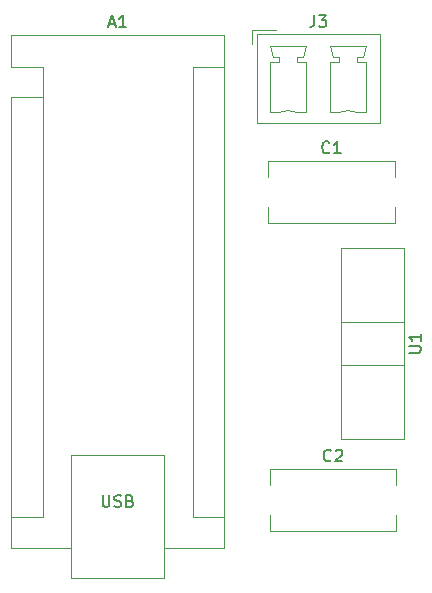
<source format=gbr>
%TF.GenerationSoftware,KiCad,Pcbnew,8.0.2*%
%TF.CreationDate,2024-06-24T16:02:41+03:00*%
%TF.ProjectId,TARTI,54415254-492e-46b6-9963-61645f706362,rev?*%
%TF.SameCoordinates,Original*%
%TF.FileFunction,Legend,Top*%
%TF.FilePolarity,Positive*%
%FSLAX46Y46*%
G04 Gerber Fmt 4.6, Leading zero omitted, Abs format (unit mm)*
G04 Created by KiCad (PCBNEW 8.0.2) date 2024-06-24 16:02:41*
%MOMM*%
%LPD*%
G01*
G04 APERTURE LIST*
%ADD10C,0.150000*%
%ADD11C,0.120000*%
G04 APERTURE END LIST*
D10*
X29153733Y34971419D02*
X29106114Y34923800D01*
X29106114Y34923800D02*
X28963257Y34876180D01*
X28963257Y34876180D02*
X28868019Y34876180D01*
X28868019Y34876180D02*
X28725162Y34923800D01*
X28725162Y34923800D02*
X28629924Y35019038D01*
X28629924Y35019038D02*
X28582305Y35114276D01*
X28582305Y35114276D02*
X28534686Y35304752D01*
X28534686Y35304752D02*
X28534686Y35447609D01*
X28534686Y35447609D02*
X28582305Y35638085D01*
X28582305Y35638085D02*
X28629924Y35733323D01*
X28629924Y35733323D02*
X28725162Y35828561D01*
X28725162Y35828561D02*
X28868019Y35876180D01*
X28868019Y35876180D02*
X28963257Y35876180D01*
X28963257Y35876180D02*
X29106114Y35828561D01*
X29106114Y35828561D02*
X29153733Y35780942D01*
X30106114Y34876180D02*
X29534686Y34876180D01*
X29820400Y34876180D02*
X29820400Y35876180D01*
X29820400Y35876180D02*
X29725162Y35733323D01*
X29725162Y35733323D02*
X29629924Y35638085D01*
X29629924Y35638085D02*
X29534686Y35590466D01*
X29302333Y8885619D02*
X29254714Y8838000D01*
X29254714Y8838000D02*
X29111857Y8790380D01*
X29111857Y8790380D02*
X29016619Y8790380D01*
X29016619Y8790380D02*
X28873762Y8838000D01*
X28873762Y8838000D02*
X28778524Y8933238D01*
X28778524Y8933238D02*
X28730905Y9028476D01*
X28730905Y9028476D02*
X28683286Y9218952D01*
X28683286Y9218952D02*
X28683286Y9361809D01*
X28683286Y9361809D02*
X28730905Y9552285D01*
X28730905Y9552285D02*
X28778524Y9647523D01*
X28778524Y9647523D02*
X28873762Y9742761D01*
X28873762Y9742761D02*
X29016619Y9790380D01*
X29016619Y9790380D02*
X29111857Y9790380D01*
X29111857Y9790380D02*
X29254714Y9742761D01*
X29254714Y9742761D02*
X29302333Y9695142D01*
X29683286Y9695142D02*
X29730905Y9742761D01*
X29730905Y9742761D02*
X29826143Y9790380D01*
X29826143Y9790380D02*
X30064238Y9790380D01*
X30064238Y9790380D02*
X30159476Y9742761D01*
X30159476Y9742761D02*
X30207095Y9695142D01*
X30207095Y9695142D02*
X30254714Y9599904D01*
X30254714Y9599904D02*
X30254714Y9504666D01*
X30254714Y9504666D02*
X30207095Y9361809D01*
X30207095Y9361809D02*
X29635667Y8790380D01*
X29635667Y8790380D02*
X30254714Y8790380D01*
X10512514Y45855695D02*
X10988704Y45855695D01*
X10417276Y45569980D02*
X10750609Y46569980D01*
X10750609Y46569980D02*
X11083942Y45569980D01*
X11941085Y45569980D02*
X11369657Y45569980D01*
X11655371Y45569980D02*
X11655371Y46569980D01*
X11655371Y46569980D02*
X11560133Y46427123D01*
X11560133Y46427123D02*
X11464895Y46331885D01*
X11464895Y46331885D02*
X11369657Y46284266D01*
X9964895Y5929980D02*
X9964895Y5120457D01*
X9964895Y5120457D02*
X10012514Y5025219D01*
X10012514Y5025219D02*
X10060133Y4977600D01*
X10060133Y4977600D02*
X10155371Y4929980D01*
X10155371Y4929980D02*
X10345847Y4929980D01*
X10345847Y4929980D02*
X10441085Y4977600D01*
X10441085Y4977600D02*
X10488704Y5025219D01*
X10488704Y5025219D02*
X10536323Y5120457D01*
X10536323Y5120457D02*
X10536323Y5929980D01*
X10964895Y4977600D02*
X11107752Y4929980D01*
X11107752Y4929980D02*
X11345847Y4929980D01*
X11345847Y4929980D02*
X11441085Y4977600D01*
X11441085Y4977600D02*
X11488704Y5025219D01*
X11488704Y5025219D02*
X11536323Y5120457D01*
X11536323Y5120457D02*
X11536323Y5215695D01*
X11536323Y5215695D02*
X11488704Y5310933D01*
X11488704Y5310933D02*
X11441085Y5358552D01*
X11441085Y5358552D02*
X11345847Y5406171D01*
X11345847Y5406171D02*
X11155371Y5453790D01*
X11155371Y5453790D02*
X11060133Y5501409D01*
X11060133Y5501409D02*
X11012514Y5549028D01*
X11012514Y5549028D02*
X10964895Y5644266D01*
X10964895Y5644266D02*
X10964895Y5739504D01*
X10964895Y5739504D02*
X11012514Y5834742D01*
X11012514Y5834742D02*
X11060133Y5882361D01*
X11060133Y5882361D02*
X11155371Y5929980D01*
X11155371Y5929980D02*
X11393466Y5929980D01*
X11393466Y5929980D02*
X11536323Y5882361D01*
X12298228Y5453790D02*
X12441085Y5406171D01*
X12441085Y5406171D02*
X12488704Y5358552D01*
X12488704Y5358552D02*
X12536323Y5263314D01*
X12536323Y5263314D02*
X12536323Y5120457D01*
X12536323Y5120457D02*
X12488704Y5025219D01*
X12488704Y5025219D02*
X12441085Y4977600D01*
X12441085Y4977600D02*
X12345847Y4929980D01*
X12345847Y4929980D02*
X11964895Y4929980D01*
X11964895Y4929980D02*
X11964895Y5929980D01*
X11964895Y5929980D02*
X12298228Y5929980D01*
X12298228Y5929980D02*
X12393466Y5882361D01*
X12393466Y5882361D02*
X12441085Y5834742D01*
X12441085Y5834742D02*
X12488704Y5739504D01*
X12488704Y5739504D02*
X12488704Y5644266D01*
X12488704Y5644266D02*
X12441085Y5549028D01*
X12441085Y5549028D02*
X12393466Y5501409D01*
X12393466Y5501409D02*
X12298228Y5453790D01*
X12298228Y5453790D02*
X11964895Y5453790D01*
X27883166Y46585680D02*
X27883166Y45871395D01*
X27883166Y45871395D02*
X27835547Y45728538D01*
X27835547Y45728538D02*
X27740309Y45633300D01*
X27740309Y45633300D02*
X27597452Y45585680D01*
X27597452Y45585680D02*
X27502214Y45585680D01*
X28264119Y46585680D02*
X28883166Y46585680D01*
X28883166Y46585680D02*
X28549833Y46204728D01*
X28549833Y46204728D02*
X28692690Y46204728D01*
X28692690Y46204728D02*
X28787928Y46157109D01*
X28787928Y46157109D02*
X28835547Y46109490D01*
X28835547Y46109490D02*
X28883166Y46014252D01*
X28883166Y46014252D02*
X28883166Y45776157D01*
X28883166Y45776157D02*
X28835547Y45680919D01*
X28835547Y45680919D02*
X28787928Y45633300D01*
X28787928Y45633300D02*
X28692690Y45585680D01*
X28692690Y45585680D02*
X28406976Y45585680D01*
X28406976Y45585680D02*
X28311738Y45633300D01*
X28311738Y45633300D02*
X28264119Y45680919D01*
X35904419Y18003095D02*
X36713942Y18003095D01*
X36713942Y18003095D02*
X36809180Y18050714D01*
X36809180Y18050714D02*
X36856800Y18098333D01*
X36856800Y18098333D02*
X36904419Y18193571D01*
X36904419Y18193571D02*
X36904419Y18384047D01*
X36904419Y18384047D02*
X36856800Y18479285D01*
X36856800Y18479285D02*
X36809180Y18526904D01*
X36809180Y18526904D02*
X36713942Y18574523D01*
X36713942Y18574523D02*
X35904419Y18574523D01*
X36904419Y19574523D02*
X36904419Y19003095D01*
X36904419Y19288809D02*
X35904419Y19288809D01*
X35904419Y19288809D02*
X36047276Y19193571D01*
X36047276Y19193571D02*
X36142514Y19098333D01*
X36142514Y19098333D02*
X36190133Y19003095D01*
D11*
%TO.C,C1*%
X23950400Y34201000D02*
X23950400Y32837000D01*
X23950400Y34201000D02*
X34690400Y34201000D01*
X23950400Y30325000D02*
X23950400Y28961000D01*
X23950400Y28961000D02*
X34690400Y28961000D01*
X34690400Y34201000D02*
X34690400Y32837000D01*
X34690400Y30325000D02*
X34690400Y28961000D01*
%TO.C,C2*%
X24099000Y8115200D02*
X24099000Y6751200D01*
X24099000Y8115200D02*
X34839000Y8115200D01*
X24099000Y4239200D02*
X24099000Y2875200D01*
X24099000Y2875200D02*
X34839000Y2875200D01*
X34839000Y8115200D02*
X34839000Y6751200D01*
X34839000Y4239200D02*
X34839000Y2875200D01*
%TO.C,A1*%
X2206800Y44884800D02*
X2206800Y42214800D01*
X2206800Y39674800D02*
X2206800Y1444800D01*
X2206800Y1444800D02*
X7286800Y1444800D01*
X4876800Y42214800D02*
X2206800Y42214800D01*
X4876800Y39674800D02*
X2206800Y39674800D01*
X4876800Y39674800D02*
X4876800Y42214800D01*
X4876800Y39674800D02*
X4876800Y4114800D01*
X4876800Y4114800D02*
X2206800Y4114800D01*
X7286800Y9324800D02*
X15166800Y9324800D01*
X7286800Y-1095200D02*
X7286800Y9324800D01*
X15166800Y9324800D02*
X15166800Y-1095200D01*
X15166800Y-1095200D02*
X7286800Y-1095200D01*
X17576800Y42214800D02*
X17576800Y4114800D01*
X17576800Y42214800D02*
X20246800Y42214800D01*
X17576800Y4114800D02*
X20246800Y4114800D01*
X20246800Y44884800D02*
X2206800Y44884800D01*
X20246800Y1444800D02*
X15166800Y1444800D01*
X20246800Y1444800D02*
X20246800Y44884800D01*
%TO.C,J3*%
X22636500Y45340500D02*
X24636500Y45340500D01*
X22636500Y44090500D02*
X22636500Y45340500D01*
X23026500Y44950500D02*
X23026500Y37480500D01*
X23026500Y37480500D02*
X33406500Y37480500D01*
X24176500Y43990500D02*
X27176500Y43990500D01*
X24176500Y42640500D02*
X24926500Y42640500D01*
X24176500Y38340500D02*
X24176500Y42640500D01*
X24426500Y42990500D02*
X24176500Y43990500D01*
X24926500Y42990500D02*
X24426500Y42990500D01*
X24926500Y42640500D02*
X24926500Y42990500D01*
X24926500Y38340500D02*
X24176500Y38340500D01*
X26426500Y42990500D02*
X26426500Y42640500D01*
X26426500Y42640500D02*
X27176500Y42640500D01*
X26926500Y42990500D02*
X26426500Y42990500D01*
X27176500Y43990500D02*
X26926500Y42990500D01*
X27176500Y42640500D02*
X27176500Y38340500D01*
X27176500Y38340500D02*
X26426500Y38340500D01*
X29256500Y43990500D02*
X32256500Y43990500D01*
X29256500Y42640500D02*
X30006500Y42640500D01*
X29256500Y38340500D02*
X29256500Y42640500D01*
X29506500Y42990500D02*
X29256500Y43990500D01*
X30006500Y42990500D02*
X29506500Y42990500D01*
X30006500Y42640500D02*
X30006500Y42990500D01*
X30006500Y38340500D02*
X29256500Y38340500D01*
X31506500Y42990500D02*
X31506500Y42640500D01*
X31506500Y42640500D02*
X32256500Y42640500D01*
X32006500Y42990500D02*
X31506500Y42990500D01*
X32256500Y43990500D02*
X32006500Y42990500D01*
X32256500Y42640500D02*
X32256500Y38340500D01*
X32256500Y38340500D02*
X31506500Y38340500D01*
X33406500Y44950500D02*
X23026500Y44950500D01*
X33406500Y37480500D02*
X33406500Y44950500D01*
X24926500Y38340500D02*
G75*
G02*
X26426147Y38340656I750000J-1700000D01*
G01*
X30006500Y38340500D02*
G75*
G02*
X31506147Y38340656I750000J-1700000D01*
G01*
%TO.C,U1*%
X30179600Y26835000D02*
X30179600Y10695000D01*
X35450600Y26835000D02*
X30179600Y26835000D01*
X35450600Y26835000D02*
X35450600Y10695000D01*
X35450600Y20569000D02*
X30179600Y20569000D01*
X35450600Y16960000D02*
X30179600Y16960000D01*
X35450600Y10695000D02*
X30179600Y10695000D01*
%TD*%
M02*

</source>
